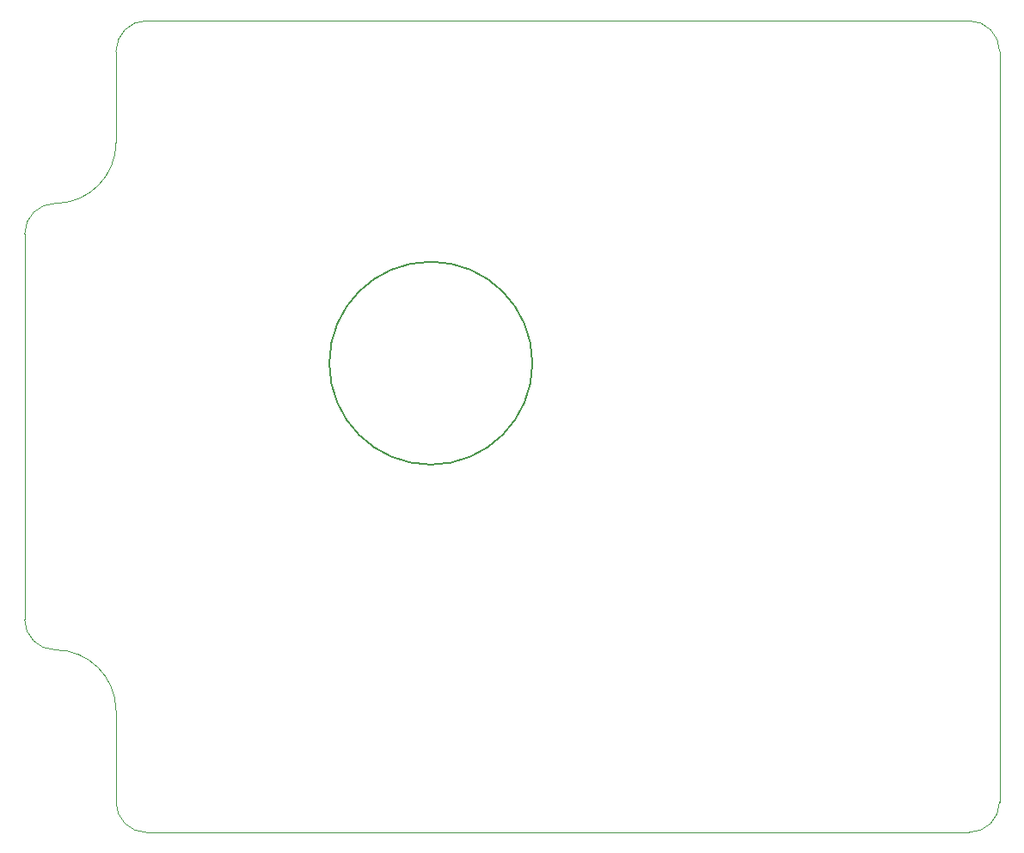
<source format=gm1>
G04 #@! TF.GenerationSoftware,KiCad,Pcbnew,5.1.10*
G04 #@! TF.CreationDate,2021-11-10T17:43:12+10:00*
G04 #@! TF.ProjectId,wifi_unit,77696669-5f75-46e6-9974-2e6b69636164,rev?*
G04 #@! TF.SameCoordinates,Original*
G04 #@! TF.FileFunction,Profile,NP*
%FSLAX46Y46*%
G04 Gerber Fmt 4.6, Leading zero omitted, Abs format (unit mm)*
G04 Created by KiCad (PCBNEW 5.1.10) date 2021-11-10 17:43:12*
%MOMM*%
%LPD*%
G01*
G04 APERTURE LIST*
G04 #@! TA.AperFunction,Profile*
%ADD10C,0.150000*%
G04 #@! TD*
G04 #@! TA.AperFunction,Profile*
%ADD11C,0.050000*%
G04 #@! TD*
G04 APERTURE END LIST*
D10*
X115000000Y-77750000D02*
G75*
G03*
X115000000Y-77750000I-10000000J0D01*
G01*
D11*
X74001100Y-112003600D02*
X74001100Y-121003600D01*
X74001100Y-56003600D02*
X74001100Y-47003600D01*
X65001100Y-65003600D02*
X65001100Y-103003600D01*
X161001100Y-121003600D02*
X161001100Y-47003600D01*
X77001100Y-44003600D02*
X158001100Y-44003600D01*
X77001100Y-124003600D02*
X158001100Y-124003600D01*
X158001100Y-44003600D02*
G75*
G02*
X161001100Y-47003600I0J-3000000D01*
G01*
X161001100Y-121003600D02*
G75*
G02*
X158001100Y-124003600I-3000000J0D01*
G01*
X65001100Y-65003600D02*
G75*
G02*
X68001100Y-62003600I3000000J0D01*
G01*
X74001099Y-56003599D02*
G75*
G02*
X68001100Y-62003600I-6000000J-1D01*
G01*
X74001100Y-47003600D02*
G75*
G02*
X77001100Y-44003600I3000000J0D01*
G01*
X68001100Y-106003600D02*
G75*
G02*
X65001100Y-103003600I0J3000000D01*
G01*
X68001099Y-106003599D02*
G75*
G02*
X74001100Y-112003600I0J-6000001D01*
G01*
X77001100Y-124003600D02*
G75*
G02*
X74001100Y-121003600I0J3000000D01*
G01*
M02*

</source>
